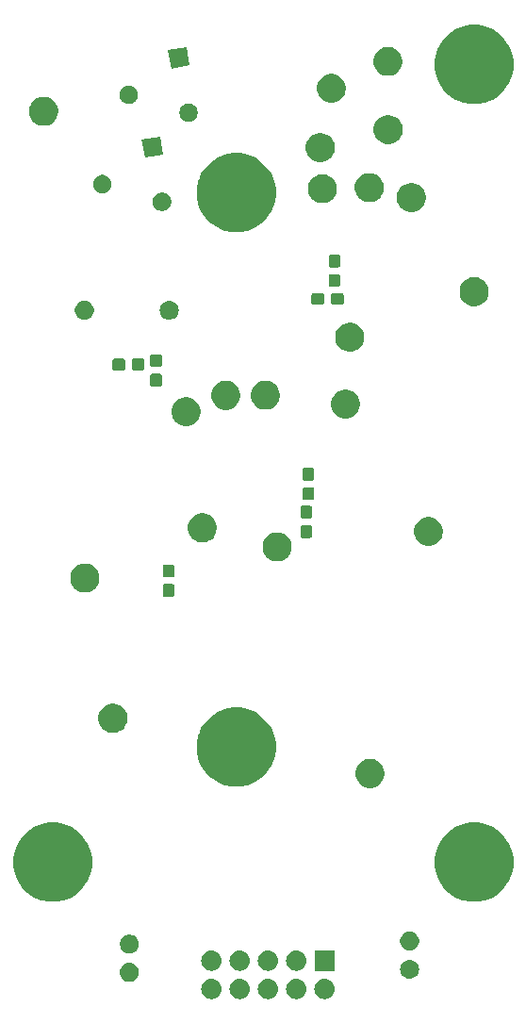
<source format=gbr>
G04 #@! TF.GenerationSoftware,KiCad,Pcbnew,(5.1.2-1)-1*
G04 #@! TF.CreationDate,2022-08-10T15:30:44-04:00*
G04 #@! TF.ProjectId,BassDrum_TR909,42617373-4472-4756-9d5f-54523930392e,rev?*
G04 #@! TF.SameCoordinates,Original*
G04 #@! TF.FileFunction,Soldermask,Bot*
G04 #@! TF.FilePolarity,Negative*
%FSLAX46Y46*%
G04 Gerber Fmt 4.6, Leading zero omitted, Abs format (unit mm)*
G04 Created by KiCad (PCBNEW (5.1.2-1)-1) date 2022-08-10 15:30:44*
%MOMM*%
%LPD*%
G04 APERTURE LIST*
%ADD10C,0.100000*%
G04 APERTURE END LIST*
D10*
G36*
X41369382Y-99118162D02*
G01*
X41541783Y-99170460D01*
X41700671Y-99255387D01*
X41839937Y-99369680D01*
X41954230Y-99508946D01*
X42039157Y-99667834D01*
X42091455Y-99840235D01*
X42109113Y-100019529D01*
X42091455Y-100198823D01*
X42039157Y-100371224D01*
X41954230Y-100530112D01*
X41839937Y-100669378D01*
X41700671Y-100783671D01*
X41541783Y-100868598D01*
X41369382Y-100920896D01*
X41235019Y-100934129D01*
X41145157Y-100934129D01*
X41010794Y-100920896D01*
X40838393Y-100868598D01*
X40679505Y-100783671D01*
X40540239Y-100669378D01*
X40425946Y-100530112D01*
X40341019Y-100371224D01*
X40288721Y-100198823D01*
X40271063Y-100019529D01*
X40288721Y-99840235D01*
X40341019Y-99667834D01*
X40425946Y-99508946D01*
X40540239Y-99369680D01*
X40679505Y-99255387D01*
X40838393Y-99170460D01*
X41010794Y-99118162D01*
X41145157Y-99104929D01*
X41235019Y-99104929D01*
X41369382Y-99118162D01*
X41369382Y-99118162D01*
G37*
G36*
X38829382Y-99118162D02*
G01*
X39001783Y-99170460D01*
X39160671Y-99255387D01*
X39299937Y-99369680D01*
X39414230Y-99508946D01*
X39499157Y-99667834D01*
X39551455Y-99840235D01*
X39569113Y-100019529D01*
X39551455Y-100198823D01*
X39499157Y-100371224D01*
X39414230Y-100530112D01*
X39299937Y-100669378D01*
X39160671Y-100783671D01*
X39001783Y-100868598D01*
X38829382Y-100920896D01*
X38695019Y-100934129D01*
X38605157Y-100934129D01*
X38470794Y-100920896D01*
X38298393Y-100868598D01*
X38139505Y-100783671D01*
X38000239Y-100669378D01*
X37885946Y-100530112D01*
X37801019Y-100371224D01*
X37748721Y-100198823D01*
X37731063Y-100019529D01*
X37748721Y-99840235D01*
X37801019Y-99667834D01*
X37885946Y-99508946D01*
X38000239Y-99369680D01*
X38139505Y-99255387D01*
X38298393Y-99170460D01*
X38470794Y-99118162D01*
X38605157Y-99104929D01*
X38695019Y-99104929D01*
X38829382Y-99118162D01*
X38829382Y-99118162D01*
G37*
G36*
X36289382Y-99118162D02*
G01*
X36461783Y-99170460D01*
X36620671Y-99255387D01*
X36759937Y-99369680D01*
X36874230Y-99508946D01*
X36959157Y-99667834D01*
X37011455Y-99840235D01*
X37029113Y-100019529D01*
X37011455Y-100198823D01*
X36959157Y-100371224D01*
X36874230Y-100530112D01*
X36759937Y-100669378D01*
X36620671Y-100783671D01*
X36461783Y-100868598D01*
X36289382Y-100920896D01*
X36155019Y-100934129D01*
X36065157Y-100934129D01*
X35930794Y-100920896D01*
X35758393Y-100868598D01*
X35599505Y-100783671D01*
X35460239Y-100669378D01*
X35345946Y-100530112D01*
X35261019Y-100371224D01*
X35208721Y-100198823D01*
X35191063Y-100019529D01*
X35208721Y-99840235D01*
X35261019Y-99667834D01*
X35345946Y-99508946D01*
X35460239Y-99369680D01*
X35599505Y-99255387D01*
X35758393Y-99170460D01*
X35930794Y-99118162D01*
X36065157Y-99104929D01*
X36155019Y-99104929D01*
X36289382Y-99118162D01*
X36289382Y-99118162D01*
G37*
G36*
X33749382Y-99118162D02*
G01*
X33921783Y-99170460D01*
X34080671Y-99255387D01*
X34219937Y-99369680D01*
X34334230Y-99508946D01*
X34419157Y-99667834D01*
X34471455Y-99840235D01*
X34489113Y-100019529D01*
X34471455Y-100198823D01*
X34419157Y-100371224D01*
X34334230Y-100530112D01*
X34219937Y-100669378D01*
X34080671Y-100783671D01*
X33921783Y-100868598D01*
X33749382Y-100920896D01*
X33615019Y-100934129D01*
X33525157Y-100934129D01*
X33390794Y-100920896D01*
X33218393Y-100868598D01*
X33059505Y-100783671D01*
X32920239Y-100669378D01*
X32805946Y-100530112D01*
X32721019Y-100371224D01*
X32668721Y-100198823D01*
X32651063Y-100019529D01*
X32668721Y-99840235D01*
X32721019Y-99667834D01*
X32805946Y-99508946D01*
X32920239Y-99369680D01*
X33059505Y-99255387D01*
X33218393Y-99170460D01*
X33390794Y-99118162D01*
X33525157Y-99104929D01*
X33615019Y-99104929D01*
X33749382Y-99118162D01*
X33749382Y-99118162D01*
G37*
G36*
X31209382Y-99118162D02*
G01*
X31381783Y-99170460D01*
X31540671Y-99255387D01*
X31679937Y-99369680D01*
X31794230Y-99508946D01*
X31879157Y-99667834D01*
X31931455Y-99840235D01*
X31949113Y-100019529D01*
X31931455Y-100198823D01*
X31879157Y-100371224D01*
X31794230Y-100530112D01*
X31679937Y-100669378D01*
X31540671Y-100783671D01*
X31381783Y-100868598D01*
X31209382Y-100920896D01*
X31075019Y-100934129D01*
X30985157Y-100934129D01*
X30850794Y-100920896D01*
X30678393Y-100868598D01*
X30519505Y-100783671D01*
X30380239Y-100669378D01*
X30265946Y-100530112D01*
X30181019Y-100371224D01*
X30128721Y-100198823D01*
X30111063Y-100019529D01*
X30128721Y-99840235D01*
X30181019Y-99667834D01*
X30265946Y-99508946D01*
X30380239Y-99369680D01*
X30519505Y-99255387D01*
X30678393Y-99170460D01*
X30850794Y-99118162D01*
X30985157Y-99104929D01*
X31075019Y-99104929D01*
X31209382Y-99118162D01*
X31209382Y-99118162D01*
G37*
G36*
X23816909Y-97700844D02*
G01*
X23977328Y-97749507D01*
X24061410Y-97794450D01*
X24125164Y-97828527D01*
X24254745Y-97934872D01*
X24361090Y-98064453D01*
X24361091Y-98064455D01*
X24440110Y-98212289D01*
X24488773Y-98372708D01*
X24505203Y-98539531D01*
X24488773Y-98706354D01*
X24440110Y-98866773D01*
X24436147Y-98874187D01*
X24361090Y-99014609D01*
X24254745Y-99144190D01*
X24125164Y-99250535D01*
X24125162Y-99250536D01*
X23977328Y-99329555D01*
X23816909Y-99378218D01*
X23691890Y-99390531D01*
X23608282Y-99390531D01*
X23483263Y-99378218D01*
X23322844Y-99329555D01*
X23175010Y-99250536D01*
X23175008Y-99250535D01*
X23045427Y-99144190D01*
X22939082Y-99014609D01*
X22864025Y-98874187D01*
X22860062Y-98866773D01*
X22811399Y-98706354D01*
X22794969Y-98539531D01*
X22811399Y-98372708D01*
X22860062Y-98212289D01*
X22939081Y-98064455D01*
X22939082Y-98064453D01*
X23045427Y-97934872D01*
X23175008Y-97828527D01*
X23238762Y-97794450D01*
X23322844Y-97749507D01*
X23483263Y-97700844D01*
X23608282Y-97688531D01*
X23691890Y-97688531D01*
X23816909Y-97700844D01*
X23816909Y-97700844D01*
G37*
G36*
X48986911Y-97430841D02*
G01*
X49147330Y-97479504D01*
X49279994Y-97550414D01*
X49295166Y-97558524D01*
X49424747Y-97664869D01*
X49531092Y-97794450D01*
X49531093Y-97794452D01*
X49610112Y-97942286D01*
X49658775Y-98102705D01*
X49675205Y-98269528D01*
X49658775Y-98436351D01*
X49610112Y-98596770D01*
X49551538Y-98706354D01*
X49531092Y-98744606D01*
X49424747Y-98874187D01*
X49295166Y-98980532D01*
X49295164Y-98980533D01*
X49147330Y-99059552D01*
X48986911Y-99108215D01*
X48861892Y-99120528D01*
X48778284Y-99120528D01*
X48653265Y-99108215D01*
X48492846Y-99059552D01*
X48345012Y-98980533D01*
X48345010Y-98980532D01*
X48215429Y-98874187D01*
X48109084Y-98744606D01*
X48088638Y-98706354D01*
X48030064Y-98596770D01*
X47981401Y-98436351D01*
X47964971Y-98269528D01*
X47981401Y-98102705D01*
X48030064Y-97942286D01*
X48109083Y-97794452D01*
X48109084Y-97794450D01*
X48215429Y-97664869D01*
X48345010Y-97558524D01*
X48360182Y-97550414D01*
X48492846Y-97479504D01*
X48653265Y-97430841D01*
X48778284Y-97418528D01*
X48861892Y-97418528D01*
X48986911Y-97430841D01*
X48986911Y-97430841D01*
G37*
G36*
X42104688Y-98394129D02*
G01*
X40275488Y-98394129D01*
X40275488Y-96564929D01*
X42104688Y-96564929D01*
X42104688Y-98394129D01*
X42104688Y-98394129D01*
G37*
G36*
X38829382Y-96578162D02*
G01*
X39001783Y-96630460D01*
X39160671Y-96715387D01*
X39299937Y-96829680D01*
X39414230Y-96968946D01*
X39499157Y-97127834D01*
X39551455Y-97300235D01*
X39569113Y-97479529D01*
X39551455Y-97658823D01*
X39499157Y-97831224D01*
X39414230Y-97990112D01*
X39299937Y-98129378D01*
X39160671Y-98243671D01*
X39001783Y-98328598D01*
X38829382Y-98380896D01*
X38695019Y-98394129D01*
X38605157Y-98394129D01*
X38470794Y-98380896D01*
X38298393Y-98328598D01*
X38139505Y-98243671D01*
X38000239Y-98129378D01*
X37885946Y-97990112D01*
X37801019Y-97831224D01*
X37748721Y-97658823D01*
X37731063Y-97479529D01*
X37748721Y-97300235D01*
X37801019Y-97127834D01*
X37885946Y-96968946D01*
X38000239Y-96829680D01*
X38139505Y-96715387D01*
X38298393Y-96630460D01*
X38470794Y-96578162D01*
X38605157Y-96564929D01*
X38695019Y-96564929D01*
X38829382Y-96578162D01*
X38829382Y-96578162D01*
G37*
G36*
X36289382Y-96578162D02*
G01*
X36461783Y-96630460D01*
X36620671Y-96715387D01*
X36759937Y-96829680D01*
X36874230Y-96968946D01*
X36959157Y-97127834D01*
X37011455Y-97300235D01*
X37029113Y-97479529D01*
X37011455Y-97658823D01*
X36959157Y-97831224D01*
X36874230Y-97990112D01*
X36759937Y-98129378D01*
X36620671Y-98243671D01*
X36461783Y-98328598D01*
X36289382Y-98380896D01*
X36155019Y-98394129D01*
X36065157Y-98394129D01*
X35930794Y-98380896D01*
X35758393Y-98328598D01*
X35599505Y-98243671D01*
X35460239Y-98129378D01*
X35345946Y-97990112D01*
X35261019Y-97831224D01*
X35208721Y-97658823D01*
X35191063Y-97479529D01*
X35208721Y-97300235D01*
X35261019Y-97127834D01*
X35345946Y-96968946D01*
X35460239Y-96829680D01*
X35599505Y-96715387D01*
X35758393Y-96630460D01*
X35930794Y-96578162D01*
X36065157Y-96564929D01*
X36155019Y-96564929D01*
X36289382Y-96578162D01*
X36289382Y-96578162D01*
G37*
G36*
X33749382Y-96578162D02*
G01*
X33921783Y-96630460D01*
X34080671Y-96715387D01*
X34219937Y-96829680D01*
X34334230Y-96968946D01*
X34419157Y-97127834D01*
X34471455Y-97300235D01*
X34489113Y-97479529D01*
X34471455Y-97658823D01*
X34419157Y-97831224D01*
X34334230Y-97990112D01*
X34219937Y-98129378D01*
X34080671Y-98243671D01*
X33921783Y-98328598D01*
X33749382Y-98380896D01*
X33615019Y-98394129D01*
X33525157Y-98394129D01*
X33390794Y-98380896D01*
X33218393Y-98328598D01*
X33059505Y-98243671D01*
X32920239Y-98129378D01*
X32805946Y-97990112D01*
X32721019Y-97831224D01*
X32668721Y-97658823D01*
X32651063Y-97479529D01*
X32668721Y-97300235D01*
X32721019Y-97127834D01*
X32805946Y-96968946D01*
X32920239Y-96829680D01*
X33059505Y-96715387D01*
X33218393Y-96630460D01*
X33390794Y-96578162D01*
X33525157Y-96564929D01*
X33615019Y-96564929D01*
X33749382Y-96578162D01*
X33749382Y-96578162D01*
G37*
G36*
X31209382Y-96578162D02*
G01*
X31381783Y-96630460D01*
X31540671Y-96715387D01*
X31679937Y-96829680D01*
X31794230Y-96968946D01*
X31879157Y-97127834D01*
X31931455Y-97300235D01*
X31949113Y-97479529D01*
X31931455Y-97658823D01*
X31879157Y-97831224D01*
X31794230Y-97990112D01*
X31679937Y-98129378D01*
X31540671Y-98243671D01*
X31381783Y-98328598D01*
X31209382Y-98380896D01*
X31075019Y-98394129D01*
X30985157Y-98394129D01*
X30850794Y-98380896D01*
X30678393Y-98328598D01*
X30519505Y-98243671D01*
X30380239Y-98129378D01*
X30265946Y-97990112D01*
X30181019Y-97831224D01*
X30128721Y-97658823D01*
X30111063Y-97479529D01*
X30128721Y-97300235D01*
X30181019Y-97127834D01*
X30265946Y-96968946D01*
X30380239Y-96829680D01*
X30519505Y-96715387D01*
X30678393Y-96630460D01*
X30850794Y-96578162D01*
X30985157Y-96564929D01*
X31075019Y-96564929D01*
X31209382Y-96578162D01*
X31209382Y-96578162D01*
G37*
G36*
X23898314Y-95181234D02*
G01*
X24053186Y-95245384D01*
X24192567Y-95338516D01*
X24311101Y-95457050D01*
X24404233Y-95596431D01*
X24468383Y-95751303D01*
X24501086Y-95915715D01*
X24501086Y-96083347D01*
X24468383Y-96247759D01*
X24404233Y-96402631D01*
X24311101Y-96542012D01*
X24192567Y-96660546D01*
X24053186Y-96753678D01*
X23898314Y-96817828D01*
X23733902Y-96850531D01*
X23566270Y-96850531D01*
X23401858Y-96817828D01*
X23246986Y-96753678D01*
X23107605Y-96660546D01*
X22989071Y-96542012D01*
X22895939Y-96402631D01*
X22831789Y-96247759D01*
X22799086Y-96083347D01*
X22799086Y-95915715D01*
X22831789Y-95751303D01*
X22895939Y-95596431D01*
X22989071Y-95457050D01*
X23107605Y-95338516D01*
X23246986Y-95245384D01*
X23401858Y-95181234D01*
X23566270Y-95148531D01*
X23733902Y-95148531D01*
X23898314Y-95181234D01*
X23898314Y-95181234D01*
G37*
G36*
X49068316Y-94911231D02*
G01*
X49223188Y-94975381D01*
X49362569Y-95068513D01*
X49481103Y-95187047D01*
X49574235Y-95326428D01*
X49638385Y-95481300D01*
X49671088Y-95645712D01*
X49671088Y-95813344D01*
X49638385Y-95977756D01*
X49574235Y-96132628D01*
X49481103Y-96272009D01*
X49362569Y-96390543D01*
X49223188Y-96483675D01*
X49068316Y-96547825D01*
X48903904Y-96580528D01*
X48736272Y-96580528D01*
X48571860Y-96547825D01*
X48416988Y-96483675D01*
X48277607Y-96390543D01*
X48159073Y-96272009D01*
X48065941Y-96132628D01*
X48001791Y-95977756D01*
X47969088Y-95813344D01*
X47969088Y-95645712D01*
X48001791Y-95481300D01*
X48065941Y-95326428D01*
X48159073Y-95187047D01*
X48277607Y-95068513D01*
X48416988Y-94975381D01*
X48571860Y-94911231D01*
X48736272Y-94878528D01*
X48903904Y-94878528D01*
X49068316Y-94911231D01*
X49068316Y-94911231D01*
G37*
G36*
X17799787Y-85231462D02*
G01*
X17799790Y-85231463D01*
X17799789Y-85231463D01*
X18446029Y-85499144D01*
X19027631Y-85887758D01*
X19522242Y-86382369D01*
X19910856Y-86963971D01*
X19910856Y-86963972D01*
X20178538Y-87610213D01*
X20315000Y-88296256D01*
X20315000Y-88995744D01*
X20178538Y-89681787D01*
X20178537Y-89681789D01*
X19910856Y-90328029D01*
X19522242Y-90909631D01*
X19027631Y-91404242D01*
X18446029Y-91792856D01*
X17989068Y-91982135D01*
X17799787Y-92060538D01*
X17113744Y-92197000D01*
X16414256Y-92197000D01*
X15728213Y-92060538D01*
X15538932Y-91982135D01*
X15081971Y-91792856D01*
X14500369Y-91404242D01*
X14005758Y-90909631D01*
X13617144Y-90328029D01*
X13349463Y-89681789D01*
X13349462Y-89681787D01*
X13213000Y-88995744D01*
X13213000Y-88296256D01*
X13349462Y-87610213D01*
X13617144Y-86963972D01*
X13617144Y-86963971D01*
X14005758Y-86382369D01*
X14500369Y-85887758D01*
X15081971Y-85499144D01*
X15728211Y-85231463D01*
X15728210Y-85231463D01*
X15728213Y-85231462D01*
X16414256Y-85095000D01*
X17113744Y-85095000D01*
X17799787Y-85231462D01*
X17799787Y-85231462D01*
G37*
G36*
X55645787Y-85231462D02*
G01*
X55645790Y-85231463D01*
X55645789Y-85231463D01*
X56292029Y-85499144D01*
X56873631Y-85887758D01*
X57368242Y-86382369D01*
X57756856Y-86963971D01*
X57756856Y-86963972D01*
X58024538Y-87610213D01*
X58161000Y-88296256D01*
X58161000Y-88995744D01*
X58024538Y-89681787D01*
X58024537Y-89681789D01*
X57756856Y-90328029D01*
X57368242Y-90909631D01*
X56873631Y-91404242D01*
X56292029Y-91792856D01*
X55835068Y-91982135D01*
X55645787Y-92060538D01*
X54959744Y-92197000D01*
X54260256Y-92197000D01*
X53574213Y-92060538D01*
X53384932Y-91982135D01*
X52927971Y-91792856D01*
X52346369Y-91404242D01*
X51851758Y-90909631D01*
X51463144Y-90328029D01*
X51195463Y-89681789D01*
X51195462Y-89681787D01*
X51059000Y-88995744D01*
X51059000Y-88296256D01*
X51195462Y-87610213D01*
X51463144Y-86963972D01*
X51463144Y-86963971D01*
X51851758Y-86382369D01*
X52346369Y-85887758D01*
X52927971Y-85499144D01*
X53574211Y-85231463D01*
X53574210Y-85231463D01*
X53574213Y-85231462D01*
X54260256Y-85095000D01*
X54959744Y-85095000D01*
X55645787Y-85231462D01*
X55645787Y-85231462D01*
G37*
G36*
X45649393Y-79419304D02*
G01*
X45886101Y-79517352D01*
X45886103Y-79517353D01*
X46099135Y-79659696D01*
X46280304Y-79840865D01*
X46422647Y-80053897D01*
X46422648Y-80053899D01*
X46520696Y-80290607D01*
X46570680Y-80541893D01*
X46570680Y-80798107D01*
X46520696Y-81049393D01*
X46514545Y-81064242D01*
X46422647Y-81286103D01*
X46280304Y-81499135D01*
X46099135Y-81680304D01*
X45886103Y-81822647D01*
X45886102Y-81822648D01*
X45886101Y-81822648D01*
X45649393Y-81920696D01*
X45398107Y-81970680D01*
X45141893Y-81970680D01*
X44890607Y-81920696D01*
X44653899Y-81822648D01*
X44653898Y-81822648D01*
X44653897Y-81822647D01*
X44440865Y-81680304D01*
X44259696Y-81499135D01*
X44117353Y-81286103D01*
X44025455Y-81064242D01*
X44019304Y-81049393D01*
X43969320Y-80798107D01*
X43969320Y-80541893D01*
X44019304Y-80290607D01*
X44117352Y-80053899D01*
X44117353Y-80053897D01*
X44259696Y-79840865D01*
X44440865Y-79659696D01*
X44653897Y-79517353D01*
X44653899Y-79517352D01*
X44890607Y-79419304D01*
X45141893Y-79369320D01*
X45398107Y-79369320D01*
X45649393Y-79419304D01*
X45649393Y-79419304D01*
G37*
G36*
X34293787Y-74891462D02*
G01*
X34293790Y-74891463D01*
X34293789Y-74891463D01*
X34940029Y-75159144D01*
X35521631Y-75547758D01*
X36016242Y-76042369D01*
X36404856Y-76623971D01*
X36548474Y-76970696D01*
X36672538Y-77270213D01*
X36809000Y-77956256D01*
X36809000Y-78655744D01*
X36672538Y-79341787D01*
X36672537Y-79341789D01*
X36404856Y-79988029D01*
X36016242Y-80569631D01*
X35521631Y-81064242D01*
X34940029Y-81452856D01*
X34828301Y-81499135D01*
X34293787Y-81720538D01*
X33607744Y-81857000D01*
X32908256Y-81857000D01*
X32222213Y-81720538D01*
X31687699Y-81499135D01*
X31575971Y-81452856D01*
X30994369Y-81064242D01*
X30499758Y-80569631D01*
X30111144Y-79988029D01*
X29843463Y-79341789D01*
X29843462Y-79341787D01*
X29707000Y-78655744D01*
X29707000Y-77956256D01*
X29843462Y-77270213D01*
X29967526Y-76970696D01*
X30111144Y-76623971D01*
X30499758Y-76042369D01*
X30994369Y-75547758D01*
X31575971Y-75159144D01*
X32222211Y-74891463D01*
X32222210Y-74891463D01*
X32222213Y-74891462D01*
X32908256Y-74755000D01*
X33607744Y-74755000D01*
X34293787Y-74891462D01*
X34293787Y-74891462D01*
G37*
G36*
X22559393Y-74469304D02*
G01*
X22796101Y-74567352D01*
X22796103Y-74567353D01*
X23009135Y-74709696D01*
X23190304Y-74890865D01*
X23332647Y-75103897D01*
X23332648Y-75103899D01*
X23430696Y-75340607D01*
X23480680Y-75591893D01*
X23480680Y-75848107D01*
X23430696Y-76099393D01*
X23332648Y-76336101D01*
X23332647Y-76336103D01*
X23190304Y-76549135D01*
X23009135Y-76730304D01*
X22796103Y-76872647D01*
X22796102Y-76872648D01*
X22796101Y-76872648D01*
X22559393Y-76970696D01*
X22308107Y-77020680D01*
X22051893Y-77020680D01*
X21800607Y-76970696D01*
X21563899Y-76872648D01*
X21563898Y-76872648D01*
X21563897Y-76872647D01*
X21350865Y-76730304D01*
X21169696Y-76549135D01*
X21027353Y-76336103D01*
X21027352Y-76336101D01*
X20929304Y-76099393D01*
X20879320Y-75848107D01*
X20879320Y-75591893D01*
X20929304Y-75340607D01*
X21027352Y-75103899D01*
X21027353Y-75103897D01*
X21169696Y-74890865D01*
X21350865Y-74709696D01*
X21563897Y-74567353D01*
X21563899Y-74567352D01*
X21800607Y-74469304D01*
X22051893Y-74419320D01*
X22308107Y-74419320D01*
X22559393Y-74469304D01*
X22559393Y-74469304D01*
G37*
G36*
X27534499Y-63673445D02*
G01*
X27571995Y-63684820D01*
X27606554Y-63703292D01*
X27636847Y-63728153D01*
X27661708Y-63758446D01*
X27680180Y-63793005D01*
X27691555Y-63830501D01*
X27696000Y-63875638D01*
X27696000Y-64614362D01*
X27691555Y-64659499D01*
X27680180Y-64696995D01*
X27661708Y-64731554D01*
X27636847Y-64761847D01*
X27606554Y-64786708D01*
X27571995Y-64805180D01*
X27534499Y-64816555D01*
X27489362Y-64821000D01*
X26850638Y-64821000D01*
X26805501Y-64816555D01*
X26768005Y-64805180D01*
X26733446Y-64786708D01*
X26703153Y-64761847D01*
X26678292Y-64731554D01*
X26659820Y-64696995D01*
X26648445Y-64659499D01*
X26644000Y-64614362D01*
X26644000Y-63875638D01*
X26648445Y-63830501D01*
X26659820Y-63793005D01*
X26678292Y-63758446D01*
X26703153Y-63728153D01*
X26733446Y-63703292D01*
X26768005Y-63684820D01*
X26805501Y-63673445D01*
X26850638Y-63669000D01*
X27489362Y-63669000D01*
X27534499Y-63673445D01*
X27534499Y-63673445D01*
G37*
G36*
X20039393Y-61879304D02*
G01*
X20218015Y-61953292D01*
X20276103Y-61977353D01*
X20489135Y-62119696D01*
X20670304Y-62300865D01*
X20812647Y-62513897D01*
X20812648Y-62513899D01*
X20910696Y-62750607D01*
X20960680Y-63001893D01*
X20960680Y-63258107D01*
X20910696Y-63509393D01*
X20836292Y-63689020D01*
X20812647Y-63746103D01*
X20670304Y-63959135D01*
X20489135Y-64140304D01*
X20276103Y-64282647D01*
X20276102Y-64282648D01*
X20276101Y-64282648D01*
X20039393Y-64380696D01*
X19788107Y-64430680D01*
X19531893Y-64430680D01*
X19280607Y-64380696D01*
X19043899Y-64282648D01*
X19043898Y-64282648D01*
X19043897Y-64282647D01*
X18830865Y-64140304D01*
X18649696Y-63959135D01*
X18507353Y-63746103D01*
X18483708Y-63689020D01*
X18409304Y-63509393D01*
X18359320Y-63258107D01*
X18359320Y-63001893D01*
X18409304Y-62750607D01*
X18507352Y-62513899D01*
X18507353Y-62513897D01*
X18649696Y-62300865D01*
X18830865Y-62119696D01*
X19043897Y-61977353D01*
X19101985Y-61953292D01*
X19280607Y-61879304D01*
X19531893Y-61829320D01*
X19788107Y-61829320D01*
X20039393Y-61879304D01*
X20039393Y-61879304D01*
G37*
G36*
X27534499Y-61923445D02*
G01*
X27571995Y-61934820D01*
X27606554Y-61953292D01*
X27636847Y-61978153D01*
X27661708Y-62008446D01*
X27680180Y-62043005D01*
X27691555Y-62080501D01*
X27696000Y-62125638D01*
X27696000Y-62864362D01*
X27691555Y-62909499D01*
X27680180Y-62946995D01*
X27661708Y-62981554D01*
X27636847Y-63011847D01*
X27606554Y-63036708D01*
X27571995Y-63055180D01*
X27534499Y-63066555D01*
X27489362Y-63071000D01*
X26850638Y-63071000D01*
X26805501Y-63066555D01*
X26768005Y-63055180D01*
X26733446Y-63036708D01*
X26703153Y-63011847D01*
X26678292Y-62981554D01*
X26659820Y-62946995D01*
X26648445Y-62909499D01*
X26644000Y-62864362D01*
X26644000Y-62125638D01*
X26648445Y-62080501D01*
X26659820Y-62043005D01*
X26678292Y-62008446D01*
X26703153Y-61978153D01*
X26733446Y-61953292D01*
X26768005Y-61934820D01*
X26805501Y-61923445D01*
X26850638Y-61919000D01*
X27489362Y-61919000D01*
X27534499Y-61923445D01*
X27534499Y-61923445D01*
G37*
G36*
X37305393Y-59075304D02*
G01*
X37542101Y-59173352D01*
X37542103Y-59173353D01*
X37755135Y-59315696D01*
X37936304Y-59496865D01*
X38078647Y-59709897D01*
X38078648Y-59709899D01*
X38176696Y-59946607D01*
X38226680Y-60197893D01*
X38226680Y-60454107D01*
X38176696Y-60705393D01*
X38078648Y-60942101D01*
X38078647Y-60942103D01*
X37936304Y-61155135D01*
X37755135Y-61336304D01*
X37542103Y-61478647D01*
X37542102Y-61478648D01*
X37542101Y-61478648D01*
X37305393Y-61576696D01*
X37054107Y-61626680D01*
X36797893Y-61626680D01*
X36546607Y-61576696D01*
X36309899Y-61478648D01*
X36309898Y-61478648D01*
X36309897Y-61478647D01*
X36096865Y-61336304D01*
X35915696Y-61155135D01*
X35773353Y-60942103D01*
X35773352Y-60942101D01*
X35675304Y-60705393D01*
X35625320Y-60454107D01*
X35625320Y-60197893D01*
X35675304Y-59946607D01*
X35773352Y-59709899D01*
X35773353Y-59709897D01*
X35915696Y-59496865D01*
X36096865Y-59315696D01*
X36309897Y-59173353D01*
X36309899Y-59173352D01*
X36546607Y-59075304D01*
X36797893Y-59025320D01*
X37054107Y-59025320D01*
X37305393Y-59075304D01*
X37305393Y-59075304D01*
G37*
G36*
X50899393Y-57689304D02*
G01*
X51136101Y-57787352D01*
X51136103Y-57787353D01*
X51349135Y-57929696D01*
X51530304Y-58110865D01*
X51672647Y-58323897D01*
X51672648Y-58323899D01*
X51770696Y-58560607D01*
X51820680Y-58811893D01*
X51820680Y-59068107D01*
X51770696Y-59319393D01*
X51707547Y-59471847D01*
X51672647Y-59556103D01*
X51530304Y-59769135D01*
X51349135Y-59950304D01*
X51136103Y-60092647D01*
X51136102Y-60092648D01*
X51136101Y-60092648D01*
X50899393Y-60190696D01*
X50648107Y-60240680D01*
X50391893Y-60240680D01*
X50140607Y-60190696D01*
X49903899Y-60092648D01*
X49903898Y-60092648D01*
X49903897Y-60092647D01*
X49690865Y-59950304D01*
X49509696Y-59769135D01*
X49367353Y-59556103D01*
X49332453Y-59471847D01*
X49269304Y-59319393D01*
X49219320Y-59068107D01*
X49219320Y-58811893D01*
X49269304Y-58560607D01*
X49367352Y-58323899D01*
X49367353Y-58323897D01*
X49509696Y-58110865D01*
X49690865Y-57929696D01*
X49903897Y-57787353D01*
X49903899Y-57787352D01*
X50140607Y-57689304D01*
X50391893Y-57639320D01*
X50648107Y-57639320D01*
X50899393Y-57689304D01*
X50899393Y-57689304D01*
G37*
G36*
X30595393Y-57375304D02*
G01*
X30832101Y-57473352D01*
X30832103Y-57473353D01*
X31045135Y-57615696D01*
X31226304Y-57796865D01*
X31368647Y-58009897D01*
X31368648Y-58009899D01*
X31466696Y-58246607D01*
X31516680Y-58497893D01*
X31516680Y-58754107D01*
X31466696Y-59005393D01*
X31437737Y-59075305D01*
X31368647Y-59242103D01*
X31226304Y-59455135D01*
X31045135Y-59636304D01*
X30832103Y-59778647D01*
X30832102Y-59778648D01*
X30832101Y-59778648D01*
X30595393Y-59876696D01*
X30344107Y-59926680D01*
X30087893Y-59926680D01*
X29836607Y-59876696D01*
X29599899Y-59778648D01*
X29599898Y-59778648D01*
X29599897Y-59778647D01*
X29386865Y-59636304D01*
X29205696Y-59455135D01*
X29063353Y-59242103D01*
X28994263Y-59075305D01*
X28965304Y-59005393D01*
X28915320Y-58754107D01*
X28915320Y-58497893D01*
X28965304Y-58246607D01*
X29063352Y-58009899D01*
X29063353Y-58009897D01*
X29205696Y-57796865D01*
X29386865Y-57615696D01*
X29599897Y-57473353D01*
X29599899Y-57473352D01*
X29836607Y-57375304D01*
X30087893Y-57325320D01*
X30344107Y-57325320D01*
X30595393Y-57375304D01*
X30595393Y-57375304D01*
G37*
G36*
X39894499Y-58383445D02*
G01*
X39931995Y-58394820D01*
X39966554Y-58413292D01*
X39996847Y-58438153D01*
X40021708Y-58468446D01*
X40040180Y-58503005D01*
X40051555Y-58540501D01*
X40056000Y-58585638D01*
X40056000Y-59324362D01*
X40051555Y-59369499D01*
X40040180Y-59406995D01*
X40021708Y-59441554D01*
X39996847Y-59471847D01*
X39966554Y-59496708D01*
X39931995Y-59515180D01*
X39894499Y-59526555D01*
X39849362Y-59531000D01*
X39210638Y-59531000D01*
X39165501Y-59526555D01*
X39128005Y-59515180D01*
X39093446Y-59496708D01*
X39063153Y-59471847D01*
X39038292Y-59441554D01*
X39019820Y-59406995D01*
X39008445Y-59369499D01*
X39004000Y-59324362D01*
X39004000Y-58585638D01*
X39008445Y-58540501D01*
X39019820Y-58503005D01*
X39038292Y-58468446D01*
X39063153Y-58438153D01*
X39093446Y-58413292D01*
X39128005Y-58394820D01*
X39165501Y-58383445D01*
X39210638Y-58379000D01*
X39849362Y-58379000D01*
X39894499Y-58383445D01*
X39894499Y-58383445D01*
G37*
G36*
X39894499Y-56633445D02*
G01*
X39931995Y-56644820D01*
X39966554Y-56663292D01*
X39996847Y-56688153D01*
X40021708Y-56718446D01*
X40040180Y-56753005D01*
X40051555Y-56790501D01*
X40056000Y-56835638D01*
X40056000Y-57574362D01*
X40051555Y-57619499D01*
X40040180Y-57656995D01*
X40021708Y-57691554D01*
X39996847Y-57721847D01*
X39966554Y-57746708D01*
X39931995Y-57765180D01*
X39894499Y-57776555D01*
X39849362Y-57781000D01*
X39210638Y-57781000D01*
X39165501Y-57776555D01*
X39128005Y-57765180D01*
X39093446Y-57746708D01*
X39063153Y-57721847D01*
X39038292Y-57691554D01*
X39019820Y-57656995D01*
X39008445Y-57619499D01*
X39004000Y-57574362D01*
X39004000Y-56835638D01*
X39008445Y-56790501D01*
X39019820Y-56753005D01*
X39038292Y-56718446D01*
X39063153Y-56688153D01*
X39093446Y-56663292D01*
X39128005Y-56644820D01*
X39165501Y-56633445D01*
X39210638Y-56629000D01*
X39849362Y-56629000D01*
X39894499Y-56633445D01*
X39894499Y-56633445D01*
G37*
G36*
X40094499Y-54973445D02*
G01*
X40131995Y-54984820D01*
X40166554Y-55003292D01*
X40196847Y-55028153D01*
X40221708Y-55058446D01*
X40240180Y-55093005D01*
X40251555Y-55130501D01*
X40256000Y-55175638D01*
X40256000Y-55914362D01*
X40251555Y-55959499D01*
X40240180Y-55996995D01*
X40221708Y-56031554D01*
X40196847Y-56061847D01*
X40166554Y-56086708D01*
X40131995Y-56105180D01*
X40094499Y-56116555D01*
X40049362Y-56121000D01*
X39410638Y-56121000D01*
X39365501Y-56116555D01*
X39328005Y-56105180D01*
X39293446Y-56086708D01*
X39263153Y-56061847D01*
X39238292Y-56031554D01*
X39219820Y-55996995D01*
X39208445Y-55959499D01*
X39204000Y-55914362D01*
X39204000Y-55175638D01*
X39208445Y-55130501D01*
X39219820Y-55093005D01*
X39238292Y-55058446D01*
X39263153Y-55028153D01*
X39293446Y-55003292D01*
X39328005Y-54984820D01*
X39365501Y-54973445D01*
X39410638Y-54969000D01*
X40049362Y-54969000D01*
X40094499Y-54973445D01*
X40094499Y-54973445D01*
G37*
G36*
X40094499Y-53223445D02*
G01*
X40131995Y-53234820D01*
X40166554Y-53253292D01*
X40196847Y-53278153D01*
X40221708Y-53308446D01*
X40240180Y-53343005D01*
X40251555Y-53380501D01*
X40256000Y-53425638D01*
X40256000Y-54164362D01*
X40251555Y-54209499D01*
X40240180Y-54246995D01*
X40221708Y-54281554D01*
X40196847Y-54311847D01*
X40166554Y-54336708D01*
X40131995Y-54355180D01*
X40094499Y-54366555D01*
X40049362Y-54371000D01*
X39410638Y-54371000D01*
X39365501Y-54366555D01*
X39328005Y-54355180D01*
X39293446Y-54336708D01*
X39263153Y-54311847D01*
X39238292Y-54281554D01*
X39219820Y-54246995D01*
X39208445Y-54209499D01*
X39204000Y-54164362D01*
X39204000Y-53425638D01*
X39208445Y-53380501D01*
X39219820Y-53343005D01*
X39238292Y-53308446D01*
X39263153Y-53278153D01*
X39293446Y-53253292D01*
X39328005Y-53234820D01*
X39365501Y-53223445D01*
X39410638Y-53219000D01*
X40049362Y-53219000D01*
X40094499Y-53223445D01*
X40094499Y-53223445D01*
G37*
G36*
X29119393Y-46929304D02*
G01*
X29356101Y-47027352D01*
X29356103Y-47027353D01*
X29569135Y-47169696D01*
X29750304Y-47350865D01*
X29892647Y-47563897D01*
X29892648Y-47563899D01*
X29990696Y-47800607D01*
X30040680Y-48051893D01*
X30040680Y-48308107D01*
X29990696Y-48559393D01*
X29913112Y-48746696D01*
X29892647Y-48796103D01*
X29750304Y-49009135D01*
X29569135Y-49190304D01*
X29356103Y-49332647D01*
X29356102Y-49332648D01*
X29356101Y-49332648D01*
X29119393Y-49430696D01*
X28868107Y-49480680D01*
X28611893Y-49480680D01*
X28360607Y-49430696D01*
X28123899Y-49332648D01*
X28123898Y-49332648D01*
X28123897Y-49332647D01*
X27910865Y-49190304D01*
X27729696Y-49009135D01*
X27587353Y-48796103D01*
X27566888Y-48746696D01*
X27489304Y-48559393D01*
X27439320Y-48308107D01*
X27439320Y-48051893D01*
X27489304Y-47800607D01*
X27587352Y-47563899D01*
X27587353Y-47563897D01*
X27729696Y-47350865D01*
X27910865Y-47169696D01*
X28123897Y-47027353D01*
X28123899Y-47027352D01*
X28360607Y-46929304D01*
X28611893Y-46879320D01*
X28868107Y-46879320D01*
X29119393Y-46929304D01*
X29119393Y-46929304D01*
G37*
G36*
X43455393Y-46245304D02*
G01*
X43675817Y-46336607D01*
X43692103Y-46343353D01*
X43905135Y-46485696D01*
X44086304Y-46666865D01*
X44198051Y-46834107D01*
X44228648Y-46879899D01*
X44326696Y-47116607D01*
X44376680Y-47367893D01*
X44376680Y-47624107D01*
X44326696Y-47875393D01*
X44228648Y-48112101D01*
X44228647Y-48112103D01*
X44086304Y-48325135D01*
X43905135Y-48506304D01*
X43692103Y-48648647D01*
X43692102Y-48648648D01*
X43692101Y-48648648D01*
X43455393Y-48746696D01*
X43204107Y-48796680D01*
X42947893Y-48796680D01*
X42696607Y-48746696D01*
X42459899Y-48648648D01*
X42459898Y-48648648D01*
X42459897Y-48648647D01*
X42246865Y-48506304D01*
X42065696Y-48325135D01*
X41923353Y-48112103D01*
X41923352Y-48112101D01*
X41825304Y-47875393D01*
X41775320Y-47624107D01*
X41775320Y-47367893D01*
X41825304Y-47116607D01*
X41923352Y-46879899D01*
X41953949Y-46834107D01*
X42065696Y-46666865D01*
X42246865Y-46485696D01*
X42459897Y-46343353D01*
X42476183Y-46336607D01*
X42696607Y-46245304D01*
X42947893Y-46195320D01*
X43204107Y-46195320D01*
X43455393Y-46245304D01*
X43455393Y-46245304D01*
G37*
G36*
X32695393Y-45465304D02*
G01*
X32907961Y-45553353D01*
X32932103Y-45563353D01*
X33145135Y-45705696D01*
X33326304Y-45886865D01*
X33468647Y-46099897D01*
X33468648Y-46099899D01*
X33566696Y-46336607D01*
X33616680Y-46587893D01*
X33616680Y-46844107D01*
X33566696Y-47095393D01*
X33472790Y-47322101D01*
X33468647Y-47332103D01*
X33326304Y-47545135D01*
X33145135Y-47726304D01*
X32932103Y-47868647D01*
X32932102Y-47868648D01*
X32932101Y-47868648D01*
X32695393Y-47966696D01*
X32444107Y-48016680D01*
X32187893Y-48016680D01*
X31936607Y-47966696D01*
X31699899Y-47868648D01*
X31699898Y-47868648D01*
X31699897Y-47868647D01*
X31486865Y-47726304D01*
X31305696Y-47545135D01*
X31163353Y-47332103D01*
X31159210Y-47322101D01*
X31065304Y-47095393D01*
X31015320Y-46844107D01*
X31015320Y-46587893D01*
X31065304Y-46336607D01*
X31163352Y-46099899D01*
X31163353Y-46099897D01*
X31305696Y-45886865D01*
X31486865Y-45705696D01*
X31699897Y-45563353D01*
X31724039Y-45553353D01*
X31936607Y-45465304D01*
X32187893Y-45415320D01*
X32444107Y-45415320D01*
X32695393Y-45465304D01*
X32695393Y-45465304D01*
G37*
G36*
X36265393Y-45455304D02*
G01*
X36502101Y-45553352D01*
X36502103Y-45553353D01*
X36715135Y-45695696D01*
X36896304Y-45876865D01*
X37038647Y-46089897D01*
X37038648Y-46089899D01*
X37136696Y-46326607D01*
X37186680Y-46577893D01*
X37186680Y-46834107D01*
X37136696Y-47085393D01*
X37101776Y-47169696D01*
X37038647Y-47322103D01*
X36896304Y-47535135D01*
X36715135Y-47716304D01*
X36502103Y-47858647D01*
X36502102Y-47858648D01*
X36502101Y-47858648D01*
X36265393Y-47956696D01*
X36014107Y-48006680D01*
X35757893Y-48006680D01*
X35506607Y-47956696D01*
X35269899Y-47858648D01*
X35269898Y-47858648D01*
X35269897Y-47858647D01*
X35056865Y-47716304D01*
X34875696Y-47535135D01*
X34733353Y-47322103D01*
X34670224Y-47169696D01*
X34635304Y-47085393D01*
X34585320Y-46834107D01*
X34585320Y-46577893D01*
X34635304Y-46326607D01*
X34733352Y-46089899D01*
X34733353Y-46089897D01*
X34875696Y-45876865D01*
X35056865Y-45695696D01*
X35269897Y-45553353D01*
X35269899Y-45553352D01*
X35506607Y-45455304D01*
X35757893Y-45405320D01*
X36014107Y-45405320D01*
X36265393Y-45455304D01*
X36265393Y-45455304D01*
G37*
G36*
X26414499Y-44783445D02*
G01*
X26451995Y-44794820D01*
X26486554Y-44813292D01*
X26516847Y-44838153D01*
X26541708Y-44868446D01*
X26560180Y-44903005D01*
X26571555Y-44940501D01*
X26576000Y-44985638D01*
X26576000Y-45724362D01*
X26571555Y-45769499D01*
X26560180Y-45806995D01*
X26541708Y-45841554D01*
X26516847Y-45871847D01*
X26486554Y-45896708D01*
X26451995Y-45915180D01*
X26414499Y-45926555D01*
X26369362Y-45931000D01*
X25730638Y-45931000D01*
X25685501Y-45926555D01*
X25648005Y-45915180D01*
X25613446Y-45896708D01*
X25583153Y-45871847D01*
X25558292Y-45841554D01*
X25539820Y-45806995D01*
X25528445Y-45769499D01*
X25524000Y-45724362D01*
X25524000Y-44985638D01*
X25528445Y-44940501D01*
X25539820Y-44903005D01*
X25558292Y-44868446D01*
X25583153Y-44838153D01*
X25613446Y-44813292D01*
X25648005Y-44794820D01*
X25685501Y-44783445D01*
X25730638Y-44779000D01*
X26369362Y-44779000D01*
X26414499Y-44783445D01*
X26414499Y-44783445D01*
G37*
G36*
X24869499Y-43428445D02*
G01*
X24906995Y-43439820D01*
X24941554Y-43458292D01*
X24971847Y-43483153D01*
X24996708Y-43513446D01*
X25015180Y-43548005D01*
X25026555Y-43585501D01*
X25031000Y-43630638D01*
X25031000Y-44269362D01*
X25026555Y-44314499D01*
X25015180Y-44351995D01*
X24996708Y-44386554D01*
X24971847Y-44416847D01*
X24941554Y-44441708D01*
X24906995Y-44460180D01*
X24869499Y-44471555D01*
X24824362Y-44476000D01*
X24085638Y-44476000D01*
X24040501Y-44471555D01*
X24003005Y-44460180D01*
X23968446Y-44441708D01*
X23938153Y-44416847D01*
X23913292Y-44386554D01*
X23894820Y-44351995D01*
X23883445Y-44314499D01*
X23879000Y-44269362D01*
X23879000Y-43630638D01*
X23883445Y-43585501D01*
X23894820Y-43548005D01*
X23913292Y-43513446D01*
X23938153Y-43483153D01*
X23968446Y-43458292D01*
X24003005Y-43439820D01*
X24040501Y-43428445D01*
X24085638Y-43424000D01*
X24824362Y-43424000D01*
X24869499Y-43428445D01*
X24869499Y-43428445D01*
G37*
G36*
X23119499Y-43428445D02*
G01*
X23156995Y-43439820D01*
X23191554Y-43458292D01*
X23221847Y-43483153D01*
X23246708Y-43513446D01*
X23265180Y-43548005D01*
X23276555Y-43585501D01*
X23281000Y-43630638D01*
X23281000Y-44269362D01*
X23276555Y-44314499D01*
X23265180Y-44351995D01*
X23246708Y-44386554D01*
X23221847Y-44416847D01*
X23191554Y-44441708D01*
X23156995Y-44460180D01*
X23119499Y-44471555D01*
X23074362Y-44476000D01*
X22335638Y-44476000D01*
X22290501Y-44471555D01*
X22253005Y-44460180D01*
X22218446Y-44441708D01*
X22188153Y-44416847D01*
X22163292Y-44386554D01*
X22144820Y-44351995D01*
X22133445Y-44314499D01*
X22129000Y-44269362D01*
X22129000Y-43630638D01*
X22133445Y-43585501D01*
X22144820Y-43548005D01*
X22163292Y-43513446D01*
X22188153Y-43483153D01*
X22218446Y-43458292D01*
X22253005Y-43439820D01*
X22290501Y-43428445D01*
X22335638Y-43424000D01*
X23074362Y-43424000D01*
X23119499Y-43428445D01*
X23119499Y-43428445D01*
G37*
G36*
X26414499Y-43033445D02*
G01*
X26451995Y-43044820D01*
X26486554Y-43063292D01*
X26516847Y-43088153D01*
X26541708Y-43118446D01*
X26560180Y-43153005D01*
X26571555Y-43190501D01*
X26576000Y-43235638D01*
X26576000Y-43974362D01*
X26571555Y-44019499D01*
X26560180Y-44056995D01*
X26541708Y-44091554D01*
X26516847Y-44121847D01*
X26486554Y-44146708D01*
X26451995Y-44165180D01*
X26414499Y-44176555D01*
X26369362Y-44181000D01*
X25730638Y-44181000D01*
X25685501Y-44176555D01*
X25648005Y-44165180D01*
X25613446Y-44146708D01*
X25583153Y-44121847D01*
X25558292Y-44091554D01*
X25539820Y-44056995D01*
X25528445Y-44019499D01*
X25524000Y-43974362D01*
X25524000Y-43235638D01*
X25528445Y-43190501D01*
X25539820Y-43153005D01*
X25558292Y-43118446D01*
X25583153Y-43088153D01*
X25613446Y-43063292D01*
X25648005Y-43044820D01*
X25685501Y-43033445D01*
X25730638Y-43029000D01*
X26369362Y-43029000D01*
X26414499Y-43033445D01*
X26414499Y-43033445D01*
G37*
G36*
X43829393Y-40249304D02*
G01*
X44066101Y-40347352D01*
X44066103Y-40347353D01*
X44279135Y-40489696D01*
X44460304Y-40670865D01*
X44602647Y-40883897D01*
X44602648Y-40883899D01*
X44700696Y-41120607D01*
X44750680Y-41371893D01*
X44750680Y-41628107D01*
X44700696Y-41879393D01*
X44602648Y-42116101D01*
X44602647Y-42116103D01*
X44460304Y-42329135D01*
X44279135Y-42510304D01*
X44066103Y-42652647D01*
X44066102Y-42652648D01*
X44066101Y-42652648D01*
X43829393Y-42750696D01*
X43578107Y-42800680D01*
X43321893Y-42800680D01*
X43070607Y-42750696D01*
X42833899Y-42652648D01*
X42833898Y-42652648D01*
X42833897Y-42652647D01*
X42620865Y-42510304D01*
X42439696Y-42329135D01*
X42297353Y-42116103D01*
X42297352Y-42116101D01*
X42199304Y-41879393D01*
X42149320Y-41628107D01*
X42149320Y-41371893D01*
X42199304Y-41120607D01*
X42297352Y-40883899D01*
X42297353Y-40883897D01*
X42439696Y-40670865D01*
X42620865Y-40489696D01*
X42833897Y-40347353D01*
X42833899Y-40347352D01*
X43070607Y-40249304D01*
X43321893Y-40199320D01*
X43578107Y-40199320D01*
X43829393Y-40249304D01*
X43829393Y-40249304D01*
G37*
G36*
X27396823Y-38251313D02*
G01*
X27557242Y-38299976D01*
X27624361Y-38335852D01*
X27705078Y-38378996D01*
X27834659Y-38485341D01*
X27941004Y-38614922D01*
X27941005Y-38614924D01*
X28020024Y-38762758D01*
X28068687Y-38923177D01*
X28085117Y-39090000D01*
X28068687Y-39256823D01*
X28020024Y-39417242D01*
X27979477Y-39493100D01*
X27941004Y-39565078D01*
X27834659Y-39694659D01*
X27705078Y-39801004D01*
X27705076Y-39801005D01*
X27557242Y-39880024D01*
X27396823Y-39928687D01*
X27271804Y-39941000D01*
X27188196Y-39941000D01*
X27063177Y-39928687D01*
X26902758Y-39880024D01*
X26754924Y-39801005D01*
X26754922Y-39801004D01*
X26625341Y-39694659D01*
X26518996Y-39565078D01*
X26480523Y-39493100D01*
X26439976Y-39417242D01*
X26391313Y-39256823D01*
X26374883Y-39090000D01*
X26391313Y-38923177D01*
X26439976Y-38762758D01*
X26518995Y-38614924D01*
X26518996Y-38614922D01*
X26625341Y-38485341D01*
X26754922Y-38378996D01*
X26835639Y-38335852D01*
X26902758Y-38299976D01*
X27063177Y-38251313D01*
X27188196Y-38239000D01*
X27271804Y-38239000D01*
X27396823Y-38251313D01*
X27396823Y-38251313D01*
G37*
G36*
X19858228Y-38271703D02*
G01*
X20013100Y-38335853D01*
X20152481Y-38428985D01*
X20271015Y-38547519D01*
X20364147Y-38686900D01*
X20428297Y-38841772D01*
X20461000Y-39006184D01*
X20461000Y-39173816D01*
X20428297Y-39338228D01*
X20364147Y-39493100D01*
X20271015Y-39632481D01*
X20152481Y-39751015D01*
X20013100Y-39844147D01*
X19858228Y-39908297D01*
X19693816Y-39941000D01*
X19526184Y-39941000D01*
X19361772Y-39908297D01*
X19206900Y-39844147D01*
X19067519Y-39751015D01*
X18948985Y-39632481D01*
X18855853Y-39493100D01*
X18791703Y-39338228D01*
X18759000Y-39173816D01*
X18759000Y-39006184D01*
X18791703Y-38841772D01*
X18855853Y-38686900D01*
X18948985Y-38547519D01*
X19067519Y-38428985D01*
X19206900Y-38335853D01*
X19361772Y-38271703D01*
X19526184Y-38239000D01*
X19693816Y-38239000D01*
X19858228Y-38271703D01*
X19858228Y-38271703D01*
G37*
G36*
X54999393Y-36159304D02*
G01*
X55236101Y-36257352D01*
X55236103Y-36257353D01*
X55449135Y-36399696D01*
X55630304Y-36580865D01*
X55759594Y-36774362D01*
X55772648Y-36793899D01*
X55870696Y-37030607D01*
X55920680Y-37281893D01*
X55920680Y-37538107D01*
X55870696Y-37789393D01*
X55772648Y-38026101D01*
X55772647Y-38026103D01*
X55630304Y-38239135D01*
X55449135Y-38420304D01*
X55236103Y-38562647D01*
X55236102Y-38562648D01*
X55236101Y-38562648D01*
X54999393Y-38660696D01*
X54748107Y-38710680D01*
X54491893Y-38710680D01*
X54240607Y-38660696D01*
X54003899Y-38562648D01*
X54003898Y-38562648D01*
X54003897Y-38562647D01*
X53790865Y-38420304D01*
X53609696Y-38239135D01*
X53467353Y-38026103D01*
X53467352Y-38026101D01*
X53369304Y-37789393D01*
X53319320Y-37538107D01*
X53319320Y-37281893D01*
X53369304Y-37030607D01*
X53467352Y-36793899D01*
X53480406Y-36774362D01*
X53609696Y-36580865D01*
X53790865Y-36399696D01*
X54003897Y-36257353D01*
X54003899Y-36257352D01*
X54240607Y-36159304D01*
X54491893Y-36109320D01*
X54748107Y-36109320D01*
X54999393Y-36159304D01*
X54999393Y-36159304D01*
G37*
G36*
X40999499Y-37538445D02*
G01*
X41036995Y-37549820D01*
X41071554Y-37568292D01*
X41101847Y-37593153D01*
X41126708Y-37623446D01*
X41145180Y-37658005D01*
X41156555Y-37695501D01*
X41161000Y-37740638D01*
X41161000Y-38379362D01*
X41156555Y-38424499D01*
X41145180Y-38461995D01*
X41126708Y-38496554D01*
X41101847Y-38526847D01*
X41071554Y-38551708D01*
X41036995Y-38570180D01*
X40999499Y-38581555D01*
X40954362Y-38586000D01*
X40215638Y-38586000D01*
X40170501Y-38581555D01*
X40133005Y-38570180D01*
X40098446Y-38551708D01*
X40068153Y-38526847D01*
X40043292Y-38496554D01*
X40024820Y-38461995D01*
X40013445Y-38424499D01*
X40009000Y-38379362D01*
X40009000Y-37740638D01*
X40013445Y-37695501D01*
X40024820Y-37658005D01*
X40043292Y-37623446D01*
X40068153Y-37593153D01*
X40098446Y-37568292D01*
X40133005Y-37549820D01*
X40170501Y-37538445D01*
X40215638Y-37534000D01*
X40954362Y-37534000D01*
X40999499Y-37538445D01*
X40999499Y-37538445D01*
G37*
G36*
X42749499Y-37538445D02*
G01*
X42786995Y-37549820D01*
X42821554Y-37568292D01*
X42851847Y-37593153D01*
X42876708Y-37623446D01*
X42895180Y-37658005D01*
X42906555Y-37695501D01*
X42911000Y-37740638D01*
X42911000Y-38379362D01*
X42906555Y-38424499D01*
X42895180Y-38461995D01*
X42876708Y-38496554D01*
X42851847Y-38526847D01*
X42821554Y-38551708D01*
X42786995Y-38570180D01*
X42749499Y-38581555D01*
X42704362Y-38586000D01*
X41965638Y-38586000D01*
X41920501Y-38581555D01*
X41883005Y-38570180D01*
X41848446Y-38551708D01*
X41818153Y-38526847D01*
X41793292Y-38496554D01*
X41774820Y-38461995D01*
X41763445Y-38424499D01*
X41759000Y-38379362D01*
X41759000Y-37740638D01*
X41763445Y-37695501D01*
X41774820Y-37658005D01*
X41793292Y-37623446D01*
X41818153Y-37593153D01*
X41848446Y-37568292D01*
X41883005Y-37549820D01*
X41920501Y-37538445D01*
X41965638Y-37534000D01*
X42704362Y-37534000D01*
X42749499Y-37538445D01*
X42749499Y-37538445D01*
G37*
G36*
X42434499Y-35833445D02*
G01*
X42471995Y-35844820D01*
X42506554Y-35863292D01*
X42536847Y-35888153D01*
X42561708Y-35918446D01*
X42580180Y-35953005D01*
X42591555Y-35990501D01*
X42596000Y-36035638D01*
X42596000Y-36774362D01*
X42591555Y-36819499D01*
X42580180Y-36856995D01*
X42561708Y-36891554D01*
X42536847Y-36921847D01*
X42506554Y-36946708D01*
X42471995Y-36965180D01*
X42434499Y-36976555D01*
X42389362Y-36981000D01*
X41750638Y-36981000D01*
X41705501Y-36976555D01*
X41668005Y-36965180D01*
X41633446Y-36946708D01*
X41603153Y-36921847D01*
X41578292Y-36891554D01*
X41559820Y-36856995D01*
X41548445Y-36819499D01*
X41544000Y-36774362D01*
X41544000Y-36035638D01*
X41548445Y-35990501D01*
X41559820Y-35953005D01*
X41578292Y-35918446D01*
X41603153Y-35888153D01*
X41633446Y-35863292D01*
X41668005Y-35844820D01*
X41705501Y-35833445D01*
X41750638Y-35829000D01*
X42389362Y-35829000D01*
X42434499Y-35833445D01*
X42434499Y-35833445D01*
G37*
G36*
X42434499Y-34083445D02*
G01*
X42471995Y-34094820D01*
X42506554Y-34113292D01*
X42536847Y-34138153D01*
X42561708Y-34168446D01*
X42580180Y-34203005D01*
X42591555Y-34240501D01*
X42596000Y-34285638D01*
X42596000Y-35024362D01*
X42591555Y-35069499D01*
X42580180Y-35106995D01*
X42561708Y-35141554D01*
X42536847Y-35171847D01*
X42506554Y-35196708D01*
X42471995Y-35215180D01*
X42434499Y-35226555D01*
X42389362Y-35231000D01*
X41750638Y-35231000D01*
X41705501Y-35226555D01*
X41668005Y-35215180D01*
X41633446Y-35196708D01*
X41603153Y-35171847D01*
X41578292Y-35141554D01*
X41559820Y-35106995D01*
X41548445Y-35069499D01*
X41544000Y-35024362D01*
X41544000Y-34285638D01*
X41548445Y-34240501D01*
X41559820Y-34203005D01*
X41578292Y-34168446D01*
X41603153Y-34138153D01*
X41633446Y-34113292D01*
X41668005Y-34094820D01*
X41705501Y-34083445D01*
X41750638Y-34079000D01*
X42389362Y-34079000D01*
X42434499Y-34083445D01*
X42434499Y-34083445D01*
G37*
G36*
X34293787Y-25107462D02*
G01*
X34293790Y-25107463D01*
X34293789Y-25107463D01*
X34940029Y-25375144D01*
X35521631Y-25763758D01*
X36016242Y-26258369D01*
X36404856Y-26839971D01*
X36570912Y-27240866D01*
X36672538Y-27486213D01*
X36809000Y-28172256D01*
X36809000Y-28871744D01*
X36672538Y-29557787D01*
X36672537Y-29557789D01*
X36404856Y-30204029D01*
X36016242Y-30785631D01*
X35521631Y-31280242D01*
X34940029Y-31668856D01*
X34483068Y-31858135D01*
X34293787Y-31936538D01*
X33607744Y-32073000D01*
X32908256Y-32073000D01*
X32222213Y-31936538D01*
X32032932Y-31858135D01*
X31575971Y-31668856D01*
X30994369Y-31280242D01*
X30499758Y-30785631D01*
X30111144Y-30204029D01*
X29843463Y-29557789D01*
X29843462Y-29557787D01*
X29707000Y-28871744D01*
X29707000Y-28172256D01*
X29843462Y-27486213D01*
X29945088Y-27240866D01*
X30111144Y-26839971D01*
X30499758Y-26258369D01*
X30994369Y-25763758D01*
X31575971Y-25375144D01*
X32222211Y-25107463D01*
X32222210Y-25107463D01*
X32222213Y-25107462D01*
X32908256Y-24971000D01*
X33607744Y-24971000D01*
X34293787Y-25107462D01*
X34293787Y-25107462D01*
G37*
G36*
X49349393Y-27699304D02*
G01*
X49569817Y-27790607D01*
X49586103Y-27797353D01*
X49799135Y-27939696D01*
X49980304Y-28120865D01*
X50031915Y-28198107D01*
X50122648Y-28333899D01*
X50220696Y-28570607D01*
X50270680Y-28821893D01*
X50270680Y-29078107D01*
X50220696Y-29329393D01*
X50126092Y-29557787D01*
X50122647Y-29566103D01*
X49980304Y-29779135D01*
X49799135Y-29960304D01*
X49586103Y-30102647D01*
X49586102Y-30102648D01*
X49586101Y-30102648D01*
X49349393Y-30200696D01*
X49098107Y-30250680D01*
X48841893Y-30250680D01*
X48590607Y-30200696D01*
X48353899Y-30102648D01*
X48353898Y-30102648D01*
X48353897Y-30102647D01*
X48140865Y-29960304D01*
X47959696Y-29779135D01*
X47817353Y-29566103D01*
X47813908Y-29557787D01*
X47719304Y-29329393D01*
X47669320Y-29078107D01*
X47669320Y-28821893D01*
X47719304Y-28570607D01*
X47817352Y-28333899D01*
X47908085Y-28198107D01*
X47959696Y-28120865D01*
X48140865Y-27939696D01*
X48353897Y-27797353D01*
X48370183Y-27790607D01*
X48590607Y-27699304D01*
X48841893Y-27649320D01*
X49098107Y-27649320D01*
X49349393Y-27699304D01*
X49349393Y-27699304D01*
G37*
G36*
X26829176Y-28549781D02*
G01*
X26979499Y-28612047D01*
X27114786Y-28702443D01*
X27229837Y-28817494D01*
X27320233Y-28952781D01*
X27382499Y-29103104D01*
X27414241Y-29262685D01*
X27414241Y-29425393D01*
X27382499Y-29584974D01*
X27320233Y-29735297D01*
X27229837Y-29870584D01*
X27114786Y-29985635D01*
X26979499Y-30076031D01*
X26829176Y-30138297D01*
X26669595Y-30170039D01*
X26506887Y-30170039D01*
X26347306Y-30138297D01*
X26196983Y-30076031D01*
X26061696Y-29985635D01*
X25946645Y-29870584D01*
X25856249Y-29735297D01*
X25793983Y-29584974D01*
X25762241Y-29425393D01*
X25762241Y-29262685D01*
X25793983Y-29103104D01*
X25856249Y-28952781D01*
X25946645Y-28817494D01*
X26061696Y-28702443D01*
X26196983Y-28612047D01*
X26347306Y-28549781D01*
X26506887Y-28518039D01*
X26669595Y-28518039D01*
X26829176Y-28549781D01*
X26829176Y-28549781D01*
G37*
G36*
X41369393Y-26919304D02*
G01*
X41606101Y-27017352D01*
X41606103Y-27017353D01*
X41819135Y-27159696D01*
X42000304Y-27340865D01*
X42097422Y-27486213D01*
X42142648Y-27553899D01*
X42240696Y-27790607D01*
X42290680Y-28041893D01*
X42290680Y-28298107D01*
X42240696Y-28549393D01*
X42177300Y-28702443D01*
X42142647Y-28786103D01*
X42000304Y-28999135D01*
X41819135Y-29180304D01*
X41606103Y-29322647D01*
X41606102Y-29322648D01*
X41606101Y-29322648D01*
X41369393Y-29420696D01*
X41118107Y-29470680D01*
X40861893Y-29470680D01*
X40610607Y-29420696D01*
X40373899Y-29322648D01*
X40373898Y-29322648D01*
X40373897Y-29322647D01*
X40160865Y-29180304D01*
X39979696Y-28999135D01*
X39837353Y-28786103D01*
X39802700Y-28702443D01*
X39739304Y-28549393D01*
X39689320Y-28298107D01*
X39689320Y-28041893D01*
X39739304Y-27790607D01*
X39837352Y-27553899D01*
X39882578Y-27486213D01*
X39979696Y-27340865D01*
X40160865Y-27159696D01*
X40373897Y-27017353D01*
X40373899Y-27017352D01*
X40610607Y-26919304D01*
X40861893Y-26869320D01*
X41118107Y-26869320D01*
X41369393Y-26919304D01*
X41369393Y-26919304D01*
G37*
G36*
X45589393Y-26819304D02*
G01*
X45826101Y-26917352D01*
X45826103Y-26917353D01*
X46039135Y-27059696D01*
X46220304Y-27240865D01*
X46362647Y-27453897D01*
X46362648Y-27453899D01*
X46460696Y-27690607D01*
X46510680Y-27941893D01*
X46510680Y-28198107D01*
X46460696Y-28449393D01*
X46393322Y-28612047D01*
X46362647Y-28686103D01*
X46220304Y-28899135D01*
X46039135Y-29080304D01*
X45826103Y-29222647D01*
X45826102Y-29222648D01*
X45826101Y-29222648D01*
X45589393Y-29320696D01*
X45338107Y-29370680D01*
X45081893Y-29370680D01*
X44830607Y-29320696D01*
X44593899Y-29222648D01*
X44593898Y-29222648D01*
X44593897Y-29222647D01*
X44380865Y-29080304D01*
X44199696Y-28899135D01*
X44057353Y-28686103D01*
X44026678Y-28612047D01*
X43959304Y-28449393D01*
X43909320Y-28198107D01*
X43909320Y-27941893D01*
X43959304Y-27690607D01*
X44057352Y-27453899D01*
X44057353Y-27453897D01*
X44199696Y-27240865D01*
X44380865Y-27059696D01*
X44593897Y-26917353D01*
X44593899Y-26917352D01*
X44830607Y-26819304D01*
X45081893Y-26769320D01*
X45338107Y-26769320D01*
X45589393Y-26819304D01*
X45589393Y-26819304D01*
G37*
G36*
X21471017Y-26956002D02*
G01*
X21621340Y-27018268D01*
X21756627Y-27108664D01*
X21871678Y-27223715D01*
X21962074Y-27359002D01*
X22024340Y-27509325D01*
X22056082Y-27668906D01*
X22056082Y-27831614D01*
X22024340Y-27991195D01*
X21962074Y-28141518D01*
X21871678Y-28276805D01*
X21756627Y-28391856D01*
X21621340Y-28482252D01*
X21471017Y-28544518D01*
X21311436Y-28576260D01*
X21148728Y-28576260D01*
X20989147Y-28544518D01*
X20838824Y-28482252D01*
X20703537Y-28391856D01*
X20588486Y-28276805D01*
X20498090Y-28141518D01*
X20435824Y-27991195D01*
X20404082Y-27831614D01*
X20404082Y-27668906D01*
X20435824Y-27509325D01*
X20498090Y-27359002D01*
X20588486Y-27223715D01*
X20703537Y-27108664D01*
X20838824Y-27018268D01*
X20989147Y-26956002D01*
X21148728Y-26924260D01*
X21311436Y-26924260D01*
X21471017Y-26956002D01*
X21471017Y-26956002D01*
G37*
G36*
X41179393Y-23209304D02*
G01*
X41416101Y-23307352D01*
X41416103Y-23307353D01*
X41629135Y-23449696D01*
X41810304Y-23630865D01*
X41889895Y-23749982D01*
X41952648Y-23843899D01*
X42050696Y-24080607D01*
X42100680Y-24331893D01*
X42100680Y-24588107D01*
X42050696Y-24839393D01*
X41996182Y-24971000D01*
X41952647Y-25076103D01*
X41810304Y-25289135D01*
X41629135Y-25470304D01*
X41416103Y-25612647D01*
X41416102Y-25612648D01*
X41416101Y-25612648D01*
X41179393Y-25710696D01*
X40928107Y-25760680D01*
X40671893Y-25760680D01*
X40420607Y-25710696D01*
X40183899Y-25612648D01*
X40183898Y-25612648D01*
X40183897Y-25612647D01*
X39970865Y-25470304D01*
X39789696Y-25289135D01*
X39647353Y-25076103D01*
X39603818Y-24971000D01*
X39549304Y-24839393D01*
X39499320Y-24588107D01*
X39499320Y-24331893D01*
X39549304Y-24080607D01*
X39647352Y-23843899D01*
X39710105Y-23749982D01*
X39789696Y-23630865D01*
X39970865Y-23449696D01*
X40183897Y-23307353D01*
X40183899Y-23307352D01*
X40420607Y-23209304D01*
X40671893Y-23159320D01*
X40928107Y-23159320D01*
X41179393Y-23209304D01*
X41179393Y-23209304D01*
G37*
G36*
X26676885Y-25090018D02*
G01*
X25049982Y-25376885D01*
X24763115Y-23749982D01*
X26390018Y-23463115D01*
X26676885Y-25090018D01*
X26676885Y-25090018D01*
G37*
G36*
X47279393Y-21599304D02*
G01*
X47516101Y-21697352D01*
X47516103Y-21697353D01*
X47729135Y-21839696D01*
X47910304Y-22020865D01*
X48043564Y-22220304D01*
X48052648Y-22233899D01*
X48150696Y-22470607D01*
X48200680Y-22721893D01*
X48200680Y-22978107D01*
X48150696Y-23229393D01*
X48059443Y-23449696D01*
X48052647Y-23466103D01*
X47910304Y-23679135D01*
X47729135Y-23860304D01*
X47516103Y-24002647D01*
X47516102Y-24002648D01*
X47516101Y-24002648D01*
X47279393Y-24100696D01*
X47028107Y-24150680D01*
X46771893Y-24150680D01*
X46520607Y-24100696D01*
X46283899Y-24002648D01*
X46283898Y-24002648D01*
X46283897Y-24002647D01*
X46070865Y-23860304D01*
X45889696Y-23679135D01*
X45747353Y-23466103D01*
X45740557Y-23449696D01*
X45649304Y-23229393D01*
X45599320Y-22978107D01*
X45599320Y-22721893D01*
X45649304Y-22470607D01*
X45747352Y-22233899D01*
X45756436Y-22220304D01*
X45889696Y-22020865D01*
X46070865Y-21839696D01*
X46283897Y-21697353D01*
X46283899Y-21697352D01*
X46520607Y-21599304D01*
X46771893Y-21549320D01*
X47028107Y-21549320D01*
X47279393Y-21599304D01*
X47279393Y-21599304D01*
G37*
G36*
X16329393Y-19959304D02*
G01*
X16566101Y-20057352D01*
X16566103Y-20057353D01*
X16779135Y-20199696D01*
X16960304Y-20380865D01*
X17073170Y-20549782D01*
X17102648Y-20593899D01*
X17200696Y-20830607D01*
X17250680Y-21081893D01*
X17250680Y-21338107D01*
X17200696Y-21589393D01*
X17155977Y-21697353D01*
X17102647Y-21826103D01*
X16960304Y-22039135D01*
X16779135Y-22220304D01*
X16566103Y-22362647D01*
X16566102Y-22362648D01*
X16566101Y-22362648D01*
X16329393Y-22460696D01*
X16078107Y-22510680D01*
X15821893Y-22510680D01*
X15570607Y-22460696D01*
X15333899Y-22362648D01*
X15333898Y-22362648D01*
X15333897Y-22362647D01*
X15120865Y-22220304D01*
X14939696Y-22039135D01*
X14797353Y-21826103D01*
X14744023Y-21697353D01*
X14699304Y-21589393D01*
X14649320Y-21338107D01*
X14649320Y-21081893D01*
X14699304Y-20830607D01*
X14797352Y-20593899D01*
X14826830Y-20549782D01*
X14939696Y-20380865D01*
X15120865Y-20199696D01*
X15333897Y-20057353D01*
X15333899Y-20057352D01*
X15570607Y-19959304D01*
X15821893Y-19909320D01*
X16078107Y-19909320D01*
X16329393Y-19959304D01*
X16329393Y-19959304D01*
G37*
G36*
X29209176Y-20549781D02*
G01*
X29359499Y-20612047D01*
X29494786Y-20702443D01*
X29609837Y-20817494D01*
X29700233Y-20952781D01*
X29762499Y-21103104D01*
X29794241Y-21262685D01*
X29794241Y-21425393D01*
X29762499Y-21584974D01*
X29700233Y-21735297D01*
X29609837Y-21870584D01*
X29494786Y-21985635D01*
X29359499Y-22076031D01*
X29209176Y-22138297D01*
X29049595Y-22170039D01*
X28886887Y-22170039D01*
X28727306Y-22138297D01*
X28576983Y-22076031D01*
X28441696Y-21985635D01*
X28326645Y-21870584D01*
X28236249Y-21735297D01*
X28173983Y-21584974D01*
X28142241Y-21425393D01*
X28142241Y-21262685D01*
X28173983Y-21103104D01*
X28236249Y-20952781D01*
X28326645Y-20817494D01*
X28441696Y-20702443D01*
X28576983Y-20612047D01*
X28727306Y-20549781D01*
X28886887Y-20518039D01*
X29049595Y-20518039D01*
X29209176Y-20549781D01*
X29209176Y-20549781D01*
G37*
G36*
X23851017Y-18956002D02*
G01*
X24001340Y-19018268D01*
X24136627Y-19108664D01*
X24251678Y-19223715D01*
X24342074Y-19359002D01*
X24404340Y-19509325D01*
X24436082Y-19668906D01*
X24436082Y-19831614D01*
X24404340Y-19991195D01*
X24342074Y-20141518D01*
X24251678Y-20276805D01*
X24136627Y-20391856D01*
X24001340Y-20482252D01*
X23851017Y-20544518D01*
X23691436Y-20576260D01*
X23528728Y-20576260D01*
X23369147Y-20544518D01*
X23218824Y-20482252D01*
X23083537Y-20391856D01*
X22968486Y-20276805D01*
X22878090Y-20141518D01*
X22815824Y-19991195D01*
X22784082Y-19831614D01*
X22784082Y-19668906D01*
X22815824Y-19509325D01*
X22878090Y-19359002D01*
X22968486Y-19223715D01*
X23083537Y-19108664D01*
X23218824Y-19018268D01*
X23369147Y-18956002D01*
X23528728Y-18924260D01*
X23691436Y-18924260D01*
X23851017Y-18956002D01*
X23851017Y-18956002D01*
G37*
G36*
X55645787Y-13603462D02*
G01*
X55645790Y-13603463D01*
X55645789Y-13603463D01*
X56292029Y-13871144D01*
X56873631Y-14259758D01*
X57368242Y-14754369D01*
X57756856Y-15335971D01*
X57820369Y-15489305D01*
X58024538Y-15982213D01*
X58161000Y-16668256D01*
X58161000Y-17367744D01*
X58024538Y-18053787D01*
X58024537Y-18053789D01*
X57756856Y-18700029D01*
X57368242Y-19281631D01*
X56873631Y-19776242D01*
X56292029Y-20164856D01*
X55983511Y-20292648D01*
X55645787Y-20432538D01*
X54959744Y-20569000D01*
X54260256Y-20569000D01*
X53574213Y-20432538D01*
X53236489Y-20292648D01*
X52927971Y-20164856D01*
X52346369Y-19776242D01*
X51851758Y-19281631D01*
X51463144Y-18700029D01*
X51195463Y-18053789D01*
X51195462Y-18053787D01*
X51059000Y-17367744D01*
X51059000Y-16668256D01*
X51195462Y-15982213D01*
X51399631Y-15489305D01*
X51463144Y-15335971D01*
X51851758Y-14754369D01*
X52346369Y-14259758D01*
X52927971Y-13871144D01*
X53574211Y-13603463D01*
X53574210Y-13603463D01*
X53574213Y-13603462D01*
X54260256Y-13467000D01*
X54959744Y-13467000D01*
X55645787Y-13603462D01*
X55645787Y-13603462D01*
G37*
G36*
X42179393Y-17889304D02*
G01*
X42416101Y-17987352D01*
X42416103Y-17987353D01*
X42629135Y-18129696D01*
X42810304Y-18310865D01*
X42952647Y-18523897D01*
X42952648Y-18523899D01*
X43050696Y-18760607D01*
X43100680Y-19011893D01*
X43100680Y-19268107D01*
X43050696Y-19519393D01*
X42988765Y-19668906D01*
X42952647Y-19756103D01*
X42810304Y-19969135D01*
X42629135Y-20150304D01*
X42416103Y-20292647D01*
X42416102Y-20292648D01*
X42416101Y-20292648D01*
X42179393Y-20390696D01*
X41928107Y-20440680D01*
X41671893Y-20440680D01*
X41420607Y-20390696D01*
X41183899Y-20292648D01*
X41183898Y-20292648D01*
X41183897Y-20292647D01*
X40970865Y-20150304D01*
X40789696Y-19969135D01*
X40647353Y-19756103D01*
X40611235Y-19668906D01*
X40549304Y-19519393D01*
X40499320Y-19268107D01*
X40499320Y-19011893D01*
X40549304Y-18760607D01*
X40647352Y-18523899D01*
X40647353Y-18523897D01*
X40789696Y-18310865D01*
X40970865Y-18129696D01*
X41183897Y-17987353D01*
X41183899Y-17987352D01*
X41420607Y-17889304D01*
X41671893Y-17839320D01*
X41928107Y-17839320D01*
X42179393Y-17889304D01*
X42179393Y-17889304D01*
G37*
G36*
X47259393Y-15489304D02*
G01*
X47496101Y-15587352D01*
X47496103Y-15587353D01*
X47709135Y-15729696D01*
X47890304Y-15910865D01*
X47937977Y-15982213D01*
X48032648Y-16123899D01*
X48130696Y-16360607D01*
X48180680Y-16611893D01*
X48180680Y-16868107D01*
X48130696Y-17119393D01*
X48032648Y-17356101D01*
X48032647Y-17356103D01*
X47890304Y-17569135D01*
X47709135Y-17750304D01*
X47496103Y-17892647D01*
X47496102Y-17892648D01*
X47496101Y-17892648D01*
X47259393Y-17990696D01*
X47008107Y-18040680D01*
X46751893Y-18040680D01*
X46500607Y-17990696D01*
X46263899Y-17892648D01*
X46263898Y-17892648D01*
X46263897Y-17892647D01*
X46050865Y-17750304D01*
X45869696Y-17569135D01*
X45727353Y-17356103D01*
X45727352Y-17356101D01*
X45629304Y-17119393D01*
X45579320Y-16868107D01*
X45579320Y-16611893D01*
X45629304Y-16360607D01*
X45727352Y-16123899D01*
X45822023Y-15982213D01*
X45869696Y-15910865D01*
X46050865Y-15729696D01*
X46263897Y-15587353D01*
X46263899Y-15587352D01*
X46500607Y-15489304D01*
X46751893Y-15439320D01*
X47008107Y-15439320D01*
X47259393Y-15489304D01*
X47259393Y-15489304D01*
G37*
G36*
X29056885Y-17090018D02*
G01*
X27429982Y-17376885D01*
X27143115Y-15749982D01*
X28770018Y-15463115D01*
X29056885Y-17090018D01*
X29056885Y-17090018D01*
G37*
M02*

</source>
